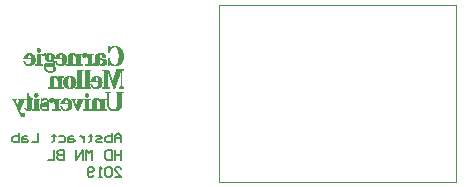
<source format=gbo>
G04*
G04 #@! TF.GenerationSoftware,Altium Limited,Altium Designer,19.1.5 (86)*
G04*
G04 Layer_Color=32896*
%FSLAX25Y25*%
%MOIN*%
G70*
G01*
G75*
%ADD41C,0.00100*%
%ADD42C,0.00394*%
%ADD43C,0.00800*%
D41*
X26283Y54192D02*
X27283D01*
X42283Y46192D02*
X43483D01*
X26283Y54292D02*
X27283D01*
X26383Y54392D02*
X27083D01*
X32383Y50992D02*
X36083D01*
X32383Y51092D02*
X36083D01*
X32383Y51192D02*
X36083D01*
X25583Y48892D02*
X27983D01*
X25583Y48992D02*
X27983D01*
X26183Y49092D02*
X27383D01*
X26183Y49192D02*
X27383D01*
X26183Y49292D02*
X27383D01*
X26183Y49392D02*
X27383D01*
X26183Y49492D02*
X27383D01*
X26183Y49592D02*
X27383D01*
X26183Y49692D02*
X27383D01*
X26183Y49792D02*
X27383D01*
X26183Y49892D02*
X27383D01*
X26183Y49992D02*
X27383D01*
X26183Y50092D02*
X27383D01*
X26183Y50192D02*
X27383D01*
X26183Y50292D02*
X27383D01*
X26183Y50392D02*
X27383D01*
X26183Y50492D02*
X27383D01*
X26183Y50592D02*
X27383D01*
X26183Y50692D02*
X27383D01*
X26183Y50792D02*
X27383D01*
X26183Y50892D02*
X27383D01*
X26183Y50992D02*
X27383D01*
X26183Y51092D02*
X27383D01*
X26183Y51192D02*
X27383D01*
X26183Y51292D02*
X27383D01*
X26183Y51392D02*
X27383D01*
X26183Y51492D02*
X27383D01*
X26183Y51592D02*
X27383D01*
X26183Y51692D02*
X27383D01*
X26183Y51792D02*
X27383D01*
X26183Y51892D02*
X27383D01*
X26183Y51992D02*
X27383D01*
X26183Y52092D02*
X27383D01*
X26183Y52192D02*
X27383D01*
X26183Y52392D02*
X27383D01*
X26183Y52492D02*
X27883D01*
X26183Y52592D02*
X27883D01*
X26383Y53392D02*
X27083D01*
X26283Y53492D02*
X27183D01*
X26283Y53592D02*
X27283D01*
X26183Y53692D02*
X27383D01*
X26183Y53792D02*
X27383D01*
X26183Y53892D02*
X27383D01*
X26183Y53992D02*
X27383D01*
X26183Y54092D02*
X27383D01*
X26183Y52292D02*
X27383D01*
X33283Y48892D02*
X34983D01*
X33083Y48992D02*
X35183D01*
X34383Y49092D02*
X35383D01*
X34483Y49192D02*
X35383D01*
X34583Y49292D02*
X35483D01*
X34583Y49392D02*
X35583D01*
X34583Y52392D02*
X35283D01*
X34383Y52492D02*
X35183D01*
X33383Y52592D02*
X34983D01*
X34683Y49492D02*
X35683D01*
X34683Y49592D02*
X35783D01*
X34683Y49692D02*
X35783D01*
X34783Y49792D02*
X35883D01*
X34783Y49892D02*
X35883D01*
X34783Y49992D02*
X35983D01*
X34783Y50092D02*
X35983D01*
X34783Y50192D02*
X35983D01*
X34783Y50292D02*
X36083D01*
X34783Y50392D02*
X36083D01*
X34783Y50492D02*
X36083D01*
X34783Y50592D02*
X36083D01*
X34783Y50692D02*
X36083D01*
X34783Y50792D02*
X36083D01*
X34783Y50892D02*
X36083D01*
X34783Y51292D02*
X35983D01*
X34783Y51392D02*
X35983D01*
X34783Y51492D02*
X35983D01*
X34783Y51592D02*
X35883D01*
X34783Y51692D02*
X35883D01*
X34783Y51792D02*
X35783D01*
X34783Y51892D02*
X35783D01*
X34783Y51992D02*
X35683D01*
X34683Y52092D02*
X35583D01*
X34683Y52192D02*
X35483D01*
X34683Y52292D02*
X35383D01*
X42383Y48892D02*
X44983D01*
X42383Y48992D02*
X44983D01*
X42983Y51892D02*
X44383D01*
X42983Y51992D02*
X44383D01*
X42883Y52092D02*
X44383D01*
X42883Y52192D02*
X43083D01*
X42683Y52392D02*
X42983D01*
X42783Y52292D02*
X43083D01*
X42283Y46292D02*
X43483D01*
X42283Y46392D02*
X43483D01*
X42283Y46492D02*
X43483D01*
X42283Y46592D02*
X43483D01*
X42283Y46692D02*
X43483D01*
X42283Y46792D02*
X43483D01*
X42283Y46892D02*
X43483D01*
X42283Y46992D02*
X43483D01*
X42283Y47092D02*
X43483D01*
X42283Y47192D02*
X44083D01*
X42283Y47292D02*
X44083D01*
X32683Y41292D02*
X34983D01*
X32683Y41392D02*
X34983D01*
X33183Y44892D02*
X34983D01*
X33183Y44992D02*
X34983D01*
Y42692D02*
X36383D01*
X34983Y42792D02*
X36383D01*
X34983Y42892D02*
X36383D01*
X34983Y42992D02*
X36383D01*
X34983Y43092D02*
X36383D01*
X34983Y43192D02*
X36383D01*
X34983Y43292D02*
X36383D01*
X34983Y43392D02*
X36383D01*
X34983Y43492D02*
X36383D01*
X34983Y43592D02*
X36383D01*
X41683Y41292D02*
X44083D01*
X41683Y41392D02*
X44083D01*
X42283Y41492D02*
X43483D01*
X42283Y41592D02*
X43483D01*
X42283Y41692D02*
X43483D01*
X42283Y41792D02*
X43483D01*
X42283Y41892D02*
X43483D01*
X42283Y41992D02*
X43483D01*
X42283Y42092D02*
X43483D01*
X42283Y42192D02*
X43483D01*
X42283Y42292D02*
X43483D01*
X42283Y42392D02*
X43483D01*
X42283Y42492D02*
X43483D01*
X42283Y42592D02*
X43483D01*
X42283Y42692D02*
X43483D01*
X42283Y42792D02*
X43483D01*
X42283Y42892D02*
X43483D01*
X42283Y42992D02*
X43483D01*
X42283Y43092D02*
X43483D01*
X42283Y43192D02*
X43483D01*
X42283Y43292D02*
X43483D01*
X42283Y43392D02*
X43483D01*
X42283Y43492D02*
X43483D01*
X42283Y43592D02*
X43483D01*
X42283Y43692D02*
X43483D01*
X42283Y43792D02*
X43483D01*
X42283Y43892D02*
X43483D01*
X42283Y43992D02*
X43483D01*
X42283Y44092D02*
X43483D01*
X42283Y44192D02*
X43483D01*
X42283Y44392D02*
X43483D01*
X42283Y44492D02*
X43483D01*
X42283Y44592D02*
X43483D01*
X42283Y44692D02*
X43483D01*
X42283Y44792D02*
X43483D01*
X42283Y44892D02*
X43483D01*
X42283Y44992D02*
X43483D01*
X42283Y45092D02*
X43483D01*
X42283Y45192D02*
X43483D01*
X42283Y45292D02*
X43483D01*
X42283Y45392D02*
X43483D01*
X42283Y45492D02*
X43483D01*
X42283Y45592D02*
X43483D01*
X42283Y45692D02*
X43483D01*
X42283Y45792D02*
X43483D01*
X42283Y45892D02*
X43483D01*
X42283Y45992D02*
X43483D01*
X42283Y46092D02*
X43483D01*
X42283Y44292D02*
X43483D01*
X42583Y38292D02*
X42983D01*
X42383Y38392D02*
X43183D01*
X42283Y38492D02*
X43183D01*
X42183Y38592D02*
X43283D01*
X42183Y38692D02*
X43383D01*
X42183Y38792D02*
X43383D01*
X42183Y38892D02*
X43383D01*
X42183Y38992D02*
X43383D01*
X42183Y39092D02*
X43283D01*
X42283Y39192D02*
X43283D01*
X42283Y39292D02*
X43183D01*
X42483Y39392D02*
X43083D01*
X24583Y33892D02*
X27083D01*
X24583Y33992D02*
X27083D01*
X18183Y37392D02*
X19083D01*
X17983Y37492D02*
X19383D01*
X17983Y37592D02*
X19383D01*
X18983Y35992D02*
X19283D01*
X18983Y36092D02*
X19283D01*
X18883Y36192D02*
X19183D01*
X18783Y36392D02*
X19083D01*
X18783Y36492D02*
X19083D01*
X18783Y36592D02*
X18983D01*
X18683Y36692D02*
X18983D01*
X18883Y36292D02*
X19183D01*
X24683Y33792D02*
X27083D01*
X25283Y37492D02*
X27083D01*
X25283Y37592D02*
X27083D01*
X34083Y35992D02*
X37783D01*
X34083Y36092D02*
X37783D01*
X34083Y36192D02*
X35383D01*
X34183Y36392D02*
X35383D01*
X34183Y36492D02*
X35383D01*
X34183Y36592D02*
X35383D01*
X34283Y36692D02*
X35383D01*
X34283Y36792D02*
X35383D01*
X34383Y36892D02*
X35383D01*
X34483Y36992D02*
X35383D01*
X34483Y37092D02*
X35383D01*
X34583Y37192D02*
X35483D01*
X34083Y36292D02*
X35383D01*
X34983Y33892D02*
X36683D01*
X34783Y33992D02*
X35283D01*
X34683Y34092D02*
X35083D01*
X34683Y37292D02*
X35483D01*
X34883Y37392D02*
X35583D01*
X34983Y37492D02*
X35783D01*
X41583Y33792D02*
X43983D01*
X41583Y33892D02*
X43983D01*
X41583Y33992D02*
X43983D01*
X42183Y34092D02*
X43383D01*
X42183Y34192D02*
X43383D01*
X42183Y34292D02*
X43383D01*
X42183Y34392D02*
X43383D01*
X42183Y34492D02*
X43383D01*
X42183Y34592D02*
X43383D01*
X42183Y34692D02*
X43383D01*
X42183Y34792D02*
X43383D01*
X42183Y34892D02*
X43383D01*
X42183Y34992D02*
X43383D01*
X42183Y35092D02*
X43383D01*
X42183Y35192D02*
X43383D01*
X42183Y35292D02*
X43383D01*
X42183Y35392D02*
X43383D01*
X42183Y35492D02*
X43383D01*
X42183Y35592D02*
X43383D01*
X42183Y35692D02*
X43383D01*
X42183Y35792D02*
X43383D01*
X42183Y35892D02*
X43383D01*
X42183Y35992D02*
X43383D01*
X42183Y36092D02*
X43383D01*
X42183Y36192D02*
X43383D01*
X42183Y36392D02*
X43383D01*
X42183Y36492D02*
X43383D01*
X42183Y36592D02*
X43383D01*
X42183Y36692D02*
X43383D01*
X42183Y36792D02*
X43383D01*
X42183Y36892D02*
X43383D01*
X42183Y36992D02*
X43383D01*
X42183Y37092D02*
X43383D01*
X42183Y37192D02*
X43383D01*
X42183Y37292D02*
X43383D01*
X42183Y37392D02*
X43383D01*
X42183Y37492D02*
X43983D01*
X42183Y37592D02*
X43983D01*
X42183Y36292D02*
X43383D01*
X49983Y54492D02*
X50983D01*
X49983Y54592D02*
X51083D01*
X49983Y54692D02*
X51283D01*
X50683Y54792D02*
X51383D01*
X50983Y54892D02*
X51683D01*
X49983Y49192D02*
X51183D01*
X49983Y49292D02*
X51083D01*
X49983Y49392D02*
X50983D01*
X50883Y48992D02*
X51683D01*
X50683Y49092D02*
X51283D01*
X50983Y43492D02*
X51283D01*
X50983Y43592D02*
X51283D01*
X50983Y43692D02*
X51183D01*
X50883Y43792D02*
X51183D01*
X50883Y43892D02*
X51083D01*
X50883Y43992D02*
X51083D01*
X50783Y44092D02*
X51083D01*
X50783Y44192D02*
X51083D01*
X50683Y44392D02*
X50983D01*
X50683Y44492D02*
X50983D01*
X50783Y44292D02*
X50983D01*
X50583Y33992D02*
X53383D01*
X50383Y34092D02*
X50983D01*
X50783Y33892D02*
X53183D01*
X22983Y38192D02*
X23683D01*
X39683Y46192D02*
X40983D01*
X49983Y54192D02*
X50783D01*
X48483Y46192D02*
X49783D01*
X50083D02*
X50383D01*
X49683Y38192D02*
X49983D01*
X53183Y54192D02*
X54183D01*
X52383Y46192D02*
X53783D01*
X54183D02*
X54383D01*
X53083Y38192D02*
X54383D01*
X18583Y36892D02*
X18883D01*
X18583Y36992D02*
X18883D01*
X18483Y37092D02*
X18883D01*
X18483Y37192D02*
X18783D01*
X18383Y37292D02*
X18883D01*
X18683Y36792D02*
X18883D01*
X26683Y54492D02*
X26883D01*
X23783Y49092D02*
X24783D01*
X23983Y49192D02*
X24883D01*
X23983Y49292D02*
X24983D01*
X24083Y49392D02*
X25083D01*
X24083Y49492D02*
X25183D01*
X24183Y49592D02*
X25283D01*
X24183Y49692D02*
X25283D01*
X24183Y49792D02*
X25283D01*
X24183Y49892D02*
X25383D01*
X24183Y49992D02*
X25383D01*
X24183Y50092D02*
X25383D01*
X24183Y50192D02*
X25483D01*
X24183Y50292D02*
X25483D01*
X24183Y50392D02*
X25483D01*
X24183Y50492D02*
X25483D01*
X24183Y50592D02*
X25483D01*
X24183Y50692D02*
X25483D01*
X24183Y50792D02*
X25483D01*
X24183Y50892D02*
X25483D01*
X24183Y51292D02*
X25483D01*
X24183Y51392D02*
X25383D01*
X24183Y51492D02*
X25383D01*
X24183Y51592D02*
X25383D01*
X24183Y51692D02*
X25283D01*
X24183Y51792D02*
X25283D01*
X24183Y51892D02*
X25183D01*
X24183Y51992D02*
X25183D01*
X24183Y52092D02*
X25083D01*
X24183Y52192D02*
X24983D01*
X24083Y52392D02*
X24783D01*
X23883Y52492D02*
X24583D01*
X24083Y52292D02*
X24883D01*
X22583Y48992D02*
X24583D01*
X21783Y50992D02*
X25483D01*
X21783Y51092D02*
X25483D01*
X21783Y51192D02*
X25483D01*
X22783Y48892D02*
X24383D01*
X22383Y49092D02*
X22783D01*
X22283Y49192D02*
X22583D01*
X22183Y49292D02*
X22483D01*
X22083Y49392D02*
X22383D01*
X22083Y49492D02*
X22383D01*
X21983Y49592D02*
X22283D01*
X21983Y49692D02*
X22183D01*
X21883Y49792D02*
X22183D01*
X21883Y49892D02*
X22083D01*
X21883Y49992D02*
X22083D01*
X21783Y50092D02*
X22083D01*
X21783Y50192D02*
X21983D01*
X21883Y51292D02*
X23083D01*
X21883Y51392D02*
X23083D01*
X21883Y51492D02*
X23083D01*
X21883Y51592D02*
X23083D01*
X21983Y51692D02*
X23083D01*
X21983Y51792D02*
X23083D01*
X22083Y51892D02*
X23083D01*
X22183Y51992D02*
X23083D01*
X22183Y52092D02*
X23183D01*
X22283Y52192D02*
X23183D01*
X22483Y52392D02*
X23283D01*
X22683Y52492D02*
X23483D01*
X22383Y52292D02*
X23183D01*
X22883Y52592D02*
X24383D01*
X23083Y52692D02*
X24183D01*
X22983Y48792D02*
X24083D01*
X26683Y53292D02*
X26883D01*
X22983Y38292D02*
X23583D01*
X22983Y38392D02*
X23483D01*
X22983Y38492D02*
X23483D01*
X22983Y38592D02*
X23383D01*
X22983Y38692D02*
X23383D01*
X22983Y38792D02*
X23283D01*
X22983Y38892D02*
X23283D01*
X22983Y38992D02*
X23283D01*
X22983Y39092D02*
X23283D01*
X22983Y39192D02*
X23183D01*
X22983Y39292D02*
X23183D01*
X22983Y39392D02*
X23183D01*
X22983Y39492D02*
X23183D01*
X25583Y38292D02*
X26083D01*
X25483Y38392D02*
X26183D01*
X25383Y38492D02*
X26283D01*
X25283Y38592D02*
X26383D01*
X25283Y38692D02*
X26383D01*
X25283Y38792D02*
X26383D01*
X25283Y38892D02*
X26483D01*
X25283Y38992D02*
X26383D01*
X25283Y39092D02*
X26383D01*
X25283Y39192D02*
X26383D01*
X25383Y39292D02*
X26283D01*
X25483Y39392D02*
X26183D01*
X19983Y37492D02*
X24683D01*
X19983Y37592D02*
X24683D01*
X20683Y32192D02*
X22083D01*
X20283Y32892D02*
X20583D01*
X20283Y32992D02*
X20583D01*
X20283Y33092D02*
X20483D01*
X20183Y33192D02*
X20483D01*
X20183Y33292D02*
X20383D01*
X20083Y33392D02*
X20383D01*
X20083Y33492D02*
X20283D01*
X19983Y33592D02*
X20283D01*
X19983Y33692D02*
X20283D01*
X23183D02*
X23283D01*
X19883Y33792D02*
X20283D01*
X19883Y33892D02*
X20283D01*
X19883Y33992D02*
X20383D01*
X19783Y34092D02*
X20383D01*
X19783Y34192D02*
X20483D01*
X22283D02*
X22583D01*
X19683Y34292D02*
X20483D01*
X22183D02*
X22483D01*
X19683Y34392D02*
X20483D01*
X22083D02*
X22383D01*
X19683Y34492D02*
X20583D01*
X19583Y34592D02*
X20583D01*
X19583Y34692D02*
X20683D01*
X19483Y34792D02*
X20683D01*
X19483Y34892D02*
X20783D01*
X19483Y34992D02*
X20783D01*
X19383Y35092D02*
X20783D01*
X19383Y35192D02*
X20883D01*
X19283Y35292D02*
X20883D01*
X19283Y35392D02*
X20983D01*
X19183Y35492D02*
X19483D01*
X19683D02*
X20983D01*
X19183Y35592D02*
X19483D01*
X19683D02*
X21083D01*
X19083Y35692D02*
X19383D01*
X19783D02*
X21083D01*
X19083Y35792D02*
X19383D01*
X19783D02*
X21083D01*
X19083Y35892D02*
X19283D01*
X19783D02*
X21183D01*
X19883Y35992D02*
X21183D01*
X19883Y36092D02*
X21283D01*
X19983Y36192D02*
X21283D01*
X20083Y36392D02*
X21383D01*
X20083Y36492D02*
X21383D01*
X20183Y36592D02*
X21483D01*
X20183Y36692D02*
X21483D01*
X20283Y36792D02*
X21583D01*
X20283Y36892D02*
X21583D01*
X20383Y36992D02*
X21683D01*
X20383Y37092D02*
X21683D01*
X20383Y37192D02*
X21783D01*
X20483Y37292D02*
X21783D01*
X20483Y37392D02*
X21783D01*
X19983Y36292D02*
X21383D01*
X22783Y33792D02*
X23683D01*
X22583Y33892D02*
X23883D01*
X22383Y33992D02*
X23983D01*
X22283Y34092D02*
X24083D01*
X22983Y34192D02*
X24183D01*
X22983Y34292D02*
X24183D01*
X22983Y34392D02*
X24183D01*
X22983Y34492D02*
X24183D01*
X22983Y34592D02*
X24283D01*
X22983Y34692D02*
X24283D01*
X22983Y34792D02*
X24283D01*
X22983Y34892D02*
X24283D01*
X22983Y34992D02*
X24283D01*
X22983Y35092D02*
X24283D01*
X22983Y35192D02*
X24283D01*
X22983Y35292D02*
X24283D01*
X22983Y35392D02*
X24283D01*
X22983Y35492D02*
X24283D01*
X22983Y35592D02*
X24283D01*
X22983Y35692D02*
X24283D01*
X22983Y35792D02*
X24283D01*
X22983Y35892D02*
X24283D01*
X22983Y35992D02*
X24283D01*
X22983Y36092D02*
X24283D01*
X22983Y36192D02*
X24283D01*
X22983Y36392D02*
X24283D01*
X22983Y36492D02*
X24283D01*
X22983Y36592D02*
X24283D01*
X22983Y36692D02*
X24283D01*
X22983Y36792D02*
X24283D01*
X22983Y36892D02*
X24283D01*
X22983Y36992D02*
X24283D01*
X22983Y37092D02*
X24283D01*
X22983Y37192D02*
X24283D01*
X22983Y37292D02*
X24283D01*
X22983Y37392D02*
X24283D01*
X22983Y37692D02*
X24483D01*
X22983Y37792D02*
X24183D01*
X22983Y37892D02*
X23983D01*
X22983Y37992D02*
X23883D01*
X22983Y38092D02*
X23783D01*
X22983Y36292D02*
X24283D01*
X20583Y32292D02*
X22083D01*
X20483Y32392D02*
X20783D01*
X20883D02*
X22083D01*
X20483Y32492D02*
X20783D01*
X20883D02*
X22083D01*
X20483Y32592D02*
X20683D01*
X20983D02*
X21983D01*
X20383Y32692D02*
X20683D01*
X21083D02*
X21883D01*
X20383Y32792D02*
X20683D01*
X21183D02*
X21783D01*
X21183Y31692D02*
X21683D01*
X20983Y31792D02*
X21883D01*
X20883Y31892D02*
X21983D01*
X20783Y31992D02*
X21983D01*
X20683Y32092D02*
X22083D01*
X25283Y34092D02*
X26483D01*
X25283Y34192D02*
X26483D01*
X25283Y34292D02*
X26483D01*
X25283Y34392D02*
X26483D01*
X25283Y34492D02*
X26483D01*
X25283Y34592D02*
X26483D01*
X25283Y34692D02*
X26483D01*
X25283Y34792D02*
X26483D01*
X25283Y34892D02*
X26483D01*
X25283Y34992D02*
X26483D01*
X25283Y35092D02*
X26483D01*
X25283Y35192D02*
X26483D01*
X25283Y35292D02*
X26483D01*
X25283Y35392D02*
X26483D01*
X25283Y35492D02*
X26483D01*
X25283Y35592D02*
X26483D01*
X25283Y35692D02*
X26483D01*
X25283Y35792D02*
X26483D01*
X25283Y35892D02*
X26483D01*
X25283Y35992D02*
X26483D01*
X25283Y36092D02*
X26483D01*
X25283Y36192D02*
X26483D01*
X25283Y36392D02*
X26483D01*
X25283Y36492D02*
X26483D01*
X25283Y36592D02*
X26483D01*
X25283Y36692D02*
X26483D01*
X25283Y36792D02*
X26483D01*
X25283Y36892D02*
X26483D01*
X25283Y36992D02*
X26483D01*
X25283Y37092D02*
X26483D01*
X25283Y37192D02*
X26483D01*
X25283Y37292D02*
X26483D01*
X25283Y37392D02*
X26483D01*
X25283Y36292D02*
X26483D01*
X32583Y49492D02*
X32883D01*
X32583Y49592D02*
X32883D01*
X32483Y49692D02*
X32783D01*
X32483Y49792D02*
X32783D01*
X32383Y49892D02*
X32683D01*
X32383Y49992D02*
X32683D01*
X32383Y50092D02*
X32583D01*
X32283Y50192D02*
X32583D01*
X32383Y51292D02*
X33683D01*
X32383Y51392D02*
X33683D01*
X32483Y51492D02*
X33683D01*
X32483Y51592D02*
X33683D01*
X32483Y51692D02*
X33683D01*
X32583Y51792D02*
X33683D01*
X28583Y48192D02*
X28983D01*
X31583D02*
X32083D01*
X28583Y48892D02*
X31983D01*
X30283Y50192D02*
X30583D01*
X29783Y50292D02*
X30883D01*
X29583Y50392D02*
X31383D01*
X29383Y50492D02*
X30183D01*
X30683D02*
X31383D01*
X29283Y50592D02*
X30083D01*
X30783D02*
X31483D01*
X29183Y50692D02*
X29983D01*
X29083Y50792D02*
X29983D01*
X29083Y50892D02*
X29883D01*
X28983Y50992D02*
X29883D01*
X28983Y51092D02*
X29883D01*
X28883Y51192D02*
X29883D01*
X28883Y51292D02*
X29883D01*
X28883Y51392D02*
X29883D01*
X28883Y51492D02*
X29883D01*
X28883Y51592D02*
X29883D01*
X28883Y51692D02*
X29883D01*
X28883Y51792D02*
X29883D01*
X28983Y51892D02*
X29883D01*
X28283Y51992D02*
X28683D01*
X28983D02*
X29883D01*
X28183Y52092D02*
X28783D01*
X29083D02*
X29883D01*
X28183Y52192D02*
X28883D01*
X29083D02*
X29883D01*
X28083Y52392D02*
X28883D01*
X29183D02*
X29983D01*
X30883D02*
X31583D01*
X28183Y52492D02*
X28783D01*
X28883D02*
X29283D01*
X29383D02*
X30183D01*
X30683D02*
X31383D01*
X28283Y52592D02*
X29183D01*
X29583D02*
X31183D01*
X28483Y52692D02*
X28983D01*
X29783D02*
X30983D01*
X28083Y52292D02*
X28883D01*
X29183D02*
X29983D01*
X28683Y48992D02*
X31983D01*
X28683Y49092D02*
X32083D01*
X28783Y49192D02*
X32083D01*
X28783Y49292D02*
X32083D01*
X28983Y49392D02*
X32083D01*
X29083Y49492D02*
X32083D01*
X29383Y49592D02*
X32083D01*
X31583Y49692D02*
X32083D01*
X31683Y49792D02*
X32083D01*
X31683Y49892D02*
X31983D01*
X31583Y49992D02*
X31983D01*
X31583Y50092D02*
X31883D01*
X31383Y50192D02*
X31783D01*
X31083Y50292D02*
X31683D01*
X30883Y50692D02*
X31683D01*
X30883Y50792D02*
X31783D01*
X30883Y50892D02*
X31783D01*
X30883Y50992D02*
X31883D01*
X30883Y51092D02*
X31883D01*
X30983Y51192D02*
X31983D01*
X30983Y51292D02*
X31983D01*
X30983Y51392D02*
X31983D01*
X30983Y51492D02*
X31983D01*
X30983Y51592D02*
X31983D01*
X30983Y51692D02*
X31983D01*
X30983Y51792D02*
X31983D01*
X30983Y51892D02*
X31883D01*
X30883Y51992D02*
X31883D01*
X30883Y52092D02*
X31783D01*
X30883Y52192D02*
X31783D01*
X30883Y52292D02*
X31683D01*
X28583Y48292D02*
X28983D01*
X28583Y48392D02*
X29083D01*
X28583Y48492D02*
X29483D01*
X31483Y48292D02*
X31983D01*
X31483Y48392D02*
X31883D01*
X31383Y48492D02*
X31683D01*
X28583Y48592D02*
X31683D01*
X28583Y48692D02*
X31883D01*
X28583Y48792D02*
X31983D01*
X31783Y47492D02*
X32283D01*
X31783Y47592D02*
X32283D01*
X31783Y47692D02*
X32283D01*
X31783Y47792D02*
X32283D01*
X31783Y47892D02*
X32283D01*
X29983Y46592D02*
X31183D01*
X29683Y46692D02*
X31483D01*
X29483Y46792D02*
X30183D01*
X29283Y46892D02*
X29783D01*
X29183Y46992D02*
X29583D01*
X29083Y47092D02*
X29483D01*
X28983Y47192D02*
X29283D01*
X28883Y47292D02*
X29183D01*
X28783Y47392D02*
X29183D01*
X28783Y47492D02*
X29083D01*
X28683Y47592D02*
X28983D01*
X28683Y47692D02*
X28983D01*
X28683Y47792D02*
X28983D01*
X28683Y47892D02*
X28883D01*
X28583Y47992D02*
X28883D01*
X28583Y48092D02*
X28983D01*
X30983Y46792D02*
X31683D01*
X31283Y46892D02*
X31883D01*
X31483Y46992D02*
X31983D01*
X31583Y47092D02*
X32083D01*
X31583Y47192D02*
X32183D01*
X31683Y47292D02*
X32183D01*
X31683Y47392D02*
X32283D01*
X31683Y47992D02*
X32183D01*
X31683Y48092D02*
X32183D01*
X33583Y52692D02*
X34683D01*
X33583Y48792D02*
X34683D01*
X32983Y49092D02*
X33283D01*
X32883Y49192D02*
X33183D01*
X32783Y49292D02*
X33083D01*
X32683Y49392D02*
X32983D01*
X32683Y51892D02*
X33683D01*
X32683Y51992D02*
X33683D01*
X32783Y52092D02*
X33683D01*
X32883Y52192D02*
X33683D01*
X33083Y52392D02*
X33783D01*
X33183Y52492D02*
X33983D01*
X32983Y52292D02*
X33783D01*
X32583Y44692D02*
X32983D01*
X32383Y44792D02*
X32883D01*
X30883Y44892D02*
X32783D01*
X30883Y44992D02*
X32583D01*
X29883Y41292D02*
X32183D01*
X29883Y41392D02*
X32183D01*
X30483Y41492D02*
X31783D01*
X30483Y41592D02*
X31783D01*
X30483Y41692D02*
X31783D01*
X30483Y41792D02*
X31783D01*
X30483Y41892D02*
X31783D01*
X30483Y41992D02*
X31783D01*
X30483Y42092D02*
X31783D01*
X30483Y42192D02*
X31783D01*
X30483Y42292D02*
X31783D01*
X30483Y42392D02*
X31783D01*
X30483Y42492D02*
X31783D01*
X30483Y42592D02*
X31783D01*
X30483Y42692D02*
X31783D01*
X30483Y42792D02*
X31783D01*
X30483Y42892D02*
X31783D01*
X30483Y42992D02*
X31783D01*
X30483Y43092D02*
X31783D01*
X30483Y43192D02*
X31783D01*
X30483Y43292D02*
X31783D01*
X30483Y43392D02*
X31783D01*
X30483Y43492D02*
X31783D01*
X30483Y43592D02*
X31783D01*
X30483Y43692D02*
X31783D01*
X30483Y43792D02*
X31783D01*
X30483Y43892D02*
X31783D01*
X30483Y43992D02*
X31783D01*
X30483Y44092D02*
X31783D01*
X30583Y44192D02*
X31783D01*
X30583Y44392D02*
X31783D01*
X30583Y44492D02*
X31783D01*
X30683Y44592D02*
X31783D01*
X30683Y44692D02*
X31883D01*
X30783Y44792D02*
X31983D01*
X31083Y45092D02*
X32383D01*
X31383Y45192D02*
X32083D01*
X30583Y44292D02*
X31783D01*
X33183Y41492D02*
X34383D01*
X33183Y41592D02*
X34383D01*
X33183Y41692D02*
X34383D01*
X33183Y41792D02*
X34383D01*
X33183Y41892D02*
X34383D01*
X33183Y41992D02*
X34383D01*
X33183Y42092D02*
X34383D01*
X33183Y42192D02*
X34383D01*
X33183Y42292D02*
X34383D01*
X33183Y42392D02*
X34383D01*
X33183Y42492D02*
X34383D01*
X33183Y42592D02*
X34383D01*
X33183Y42692D02*
X34383D01*
X33183Y42792D02*
X34383D01*
X33183Y42892D02*
X34383D01*
X33183Y42992D02*
X34383D01*
X33183Y43092D02*
X34383D01*
X33183Y43192D02*
X34383D01*
X33183Y43292D02*
X34383D01*
X33183Y43392D02*
X34383D01*
X33183Y43492D02*
X34383D01*
X33183Y43592D02*
X34383D01*
X33183Y43692D02*
X34383D01*
X33183Y43792D02*
X34383D01*
X33083Y43892D02*
X34383D01*
X33083Y43992D02*
X34383D01*
X33083Y44092D02*
X34383D01*
X32983Y44192D02*
X34383D01*
X32883Y44392D02*
X34383D01*
X32783Y44492D02*
X33083D01*
X33183D02*
X34383D01*
X32683Y44592D02*
X33083D01*
X33183D02*
X34383D01*
X33183Y44692D02*
X34383D01*
X33183Y44792D02*
X34383D01*
X32983Y44292D02*
X34383D01*
X32183Y34092D02*
X33383D01*
X32183Y34192D02*
X33383D01*
X32183Y34292D02*
X33383D01*
X32183Y34392D02*
X33383D01*
X32183Y34492D02*
X33383D01*
X32183Y34592D02*
X33383D01*
X32183Y34692D02*
X33383D01*
X32183Y34792D02*
X33383D01*
X32183Y34892D02*
X33383D01*
X32183Y34992D02*
X33383D01*
X32183Y35092D02*
X33383D01*
X32183Y35192D02*
X33383D01*
X32183Y35292D02*
X33383D01*
X32183Y35392D02*
X33383D01*
X32183Y35492D02*
X33383D01*
X32183Y35592D02*
X33383D01*
X32183Y35692D02*
X33383D01*
X32183Y35792D02*
X33383D01*
X32183Y35892D02*
X33383D01*
X32183Y35992D02*
X33383D01*
X32183Y36092D02*
X33383D01*
X32183Y36192D02*
X33383D01*
X32083Y36392D02*
X33383D01*
X32083Y36492D02*
X33383D01*
X32083Y36592D02*
X33383D01*
X32083Y36692D02*
X33383D01*
X31983Y36792D02*
X33383D01*
X31983Y36892D02*
X33383D01*
X31983Y36992D02*
X33383D01*
X32183Y37092D02*
X33383D01*
X32183Y37192D02*
X33383D01*
X32183Y37292D02*
X33383D01*
X32183Y37392D02*
X33383D01*
X32183Y37492D02*
X33983D01*
X32183Y37592D02*
X33983D01*
X32083Y36292D02*
X33383D01*
X31383Y33892D02*
X33983D01*
X31383Y33992D02*
X33983D01*
X31883Y37092D02*
X32083D01*
X31883Y37192D02*
X32083D01*
X31783Y37292D02*
X31983D01*
X28483Y33692D02*
X28683D01*
X29883D02*
X30083D01*
X28083Y33792D02*
X29183D01*
X29783D02*
X30083D01*
X27883Y33892D02*
X29483D01*
X29683D02*
X30083D01*
X27683Y33992D02*
X28383D01*
X28783D02*
X30083D01*
X27583Y34092D02*
X28083D01*
X29083D02*
X30083D01*
X27483Y34192D02*
X27883D01*
X29283D02*
X30083D01*
X27483Y34292D02*
X27883D01*
X29383D02*
X30083D01*
X27383Y34392D02*
X27783D01*
X29483D02*
X30083D01*
X27383Y34492D02*
X27783D01*
X29583D02*
X30083D01*
X27283Y34592D02*
X27783D01*
X29683D02*
X30083D01*
X27283Y34692D02*
X27783D01*
X29683D02*
X30083D01*
X27183Y34792D02*
X27783D01*
X29783D02*
X30083D01*
X27183Y34892D02*
X27783D01*
X29783D02*
X30083D01*
X27183Y34992D02*
X27883D01*
X29783D02*
X30083D01*
X27183Y35092D02*
X28183D01*
X29883D02*
X30083D01*
X27183Y35192D02*
X28883D01*
X27183Y35292D02*
X29383D01*
X27183Y35392D02*
X29583D01*
X27183Y35492D02*
X29783D01*
X27283Y35592D02*
X29883D01*
X27283Y35692D02*
X29883D01*
X27383Y35792D02*
X29983D01*
X27383Y35892D02*
X29983D01*
X27483Y35992D02*
X30083D01*
X27583Y36092D02*
X30083D01*
X27783Y36192D02*
X30083D01*
X28583Y36392D02*
X30083D01*
X29183Y36492D02*
X30083D01*
X27483Y36592D02*
X27683D01*
X29483D02*
X30083D01*
X30683D02*
X31283D01*
X27483Y36692D02*
X27683D01*
X29583D02*
X30083D01*
X30483D02*
X31383D01*
X27483Y36792D02*
X27783D01*
X29583D02*
X30083D01*
X30383D02*
X31483D01*
X27483Y36892D02*
X27783D01*
X29583D02*
X30083D01*
X30383D02*
X31583D01*
X27483Y36992D02*
X27883D01*
X29583D02*
X29983D01*
X30383D02*
X31583D01*
X27483Y37092D02*
X27983D01*
X29583D02*
X29983D01*
X30283D02*
X31583D01*
X27483Y37192D02*
X27983D01*
X29583D02*
X29883D01*
X30283D02*
X31583D01*
X27483Y37292D02*
X28183D01*
X29483D02*
X29783D01*
X30283D02*
X31583D01*
X27483Y37392D02*
X28283D01*
X29383D02*
X29783D01*
X27483Y37492D02*
X28483D01*
X29083D02*
X29683D01*
X27483Y37592D02*
X27783D01*
X27983D02*
X29483D01*
X27483Y37692D02*
X27683D01*
X28383D02*
X29283D01*
X30583D02*
X31583D01*
X30783Y37792D02*
X31383D01*
X28083Y36292D02*
X30083D01*
X30383Y37392D02*
X31983D01*
X30383Y37492D02*
X31883D01*
X30483Y37592D02*
X31783D01*
X34583Y34192D02*
X34883D01*
X34483Y34292D02*
X34783D01*
X34383Y34392D02*
X34683D01*
X34283Y34492D02*
X34583D01*
X34283Y34592D02*
X34483D01*
X34183Y34692D02*
X34483D01*
X34183Y34792D02*
X34383D01*
X34183Y34892D02*
X34383D01*
X34083Y34992D02*
X34383D01*
X34083Y35092D02*
X34283D01*
X34083Y35192D02*
X34283D01*
X38783Y48892D02*
X41183D01*
X38783Y48992D02*
X41183D01*
X39383Y49092D02*
X40583D01*
X39383Y49192D02*
X40583D01*
X39383Y49292D02*
X40583D01*
X39383Y49392D02*
X40583D01*
X39383Y49492D02*
X40583D01*
X39383Y49592D02*
X40583D01*
X39383Y49692D02*
X40583D01*
X39383Y49792D02*
X40583D01*
X39383Y49892D02*
X40583D01*
X39383Y49992D02*
X40583D01*
X39383Y50092D02*
X40583D01*
X39383Y50192D02*
X40583D01*
X39383Y50292D02*
X40583D01*
X39383Y50392D02*
X40583D01*
X39383Y50492D02*
X40583D01*
X39383Y50592D02*
X40583D01*
X39383Y50692D02*
X40583D01*
X39383Y50792D02*
X40583D01*
X39383Y50992D02*
X40583D01*
X39383Y51092D02*
X40583D01*
X39383Y51192D02*
X40583D01*
X39383Y51292D02*
X40583D01*
X39283Y51392D02*
X40583D01*
X39283Y51492D02*
X40583D01*
X39283Y51592D02*
X40583D01*
X39183Y51692D02*
X40583D01*
X39183Y51792D02*
X40583D01*
X39083Y51892D02*
X40583D01*
X38983Y51992D02*
X40583D01*
X39383Y52092D02*
X40583D01*
X39383Y52192D02*
X40583D01*
X39383Y50892D02*
X40583D01*
X39383Y52392D02*
X40583D01*
X39383Y52492D02*
X41183D01*
X39383Y52592D02*
X41183D01*
X39383Y52292D02*
X40583D01*
X39683Y46292D02*
X40983D01*
X39683Y46392D02*
X40983D01*
X39683Y46492D02*
X40983D01*
X39683Y46592D02*
X40983D01*
X39683Y46692D02*
X40983D01*
X39683Y46792D02*
X40983D01*
X39683Y46892D02*
X40983D01*
X39683Y46992D02*
X40983D01*
X39683Y47092D02*
X40983D01*
X39683Y47192D02*
X41483D01*
X39683Y47292D02*
X41483D01*
X36083Y48892D02*
X38383D01*
X36083Y48992D02*
X38383D01*
X36683Y49092D02*
X37883D01*
X36683Y49192D02*
X37883D01*
X36683Y49292D02*
X37883D01*
X36683Y49392D02*
X37883D01*
X36683Y49492D02*
X37883D01*
X36683Y49592D02*
X37883D01*
X36683Y49692D02*
X37883D01*
X36683Y49792D02*
X37883D01*
X36683Y49892D02*
X37883D01*
X36683Y49992D02*
X37883D01*
X36683Y50092D02*
X37883D01*
X36683Y50192D02*
X37883D01*
X36683Y50292D02*
X37883D01*
X36683Y50392D02*
X37883D01*
X36683Y50492D02*
X37883D01*
X36683Y50592D02*
X37883D01*
X36683Y50692D02*
X37883D01*
X36683Y50792D02*
X37883D01*
X36683Y50892D02*
X37883D01*
X36683Y50992D02*
X37883D01*
X36683Y51092D02*
X37883D01*
X36683Y51192D02*
X37883D01*
X36683Y51292D02*
X37883D01*
X36683Y51392D02*
X37883D01*
X36683Y51492D02*
X37883D01*
X36683Y51592D02*
X37883D01*
X36683Y51692D02*
X37883D01*
X36683Y51792D02*
X37883D01*
X36683Y51892D02*
X37883D01*
X36783Y51992D02*
X37883D01*
X36783Y52092D02*
X37883D01*
X38983D02*
X39283D01*
X36783Y52192D02*
X37983D01*
X38883D02*
X39183D01*
X36883Y52392D02*
X38083D01*
X38683D02*
X39083D01*
X36983Y52492D02*
X38883D01*
X37083Y52592D02*
X38683D01*
X37283Y52692D02*
X38583D01*
X37583Y52792D02*
X38183D01*
X36883Y52292D02*
X37983D01*
X38783D02*
X39183D01*
X41483Y51792D02*
X42583D01*
X41383Y51892D02*
X42583D01*
X41383Y51992D02*
X42583D01*
X41283Y52092D02*
X42583D01*
X41283Y52192D02*
X42583D01*
X41383Y52392D02*
X42583D01*
X41383Y52492D02*
X42883D01*
X41483Y52592D02*
X42783D01*
X41583Y52692D02*
X42583D01*
X41383Y52292D02*
X42583D01*
X41683Y51592D02*
X42383D01*
X41483Y51692D02*
X42483D01*
X41783Y52792D02*
X42283D01*
X39083Y41292D02*
X41483D01*
X39083Y41392D02*
X41483D01*
X39683Y41492D02*
X40983D01*
X39683Y41592D02*
X40983D01*
X39683Y41692D02*
X40983D01*
X39683Y41792D02*
X40983D01*
X39683Y41892D02*
X40983D01*
X39683Y41992D02*
X40983D01*
X39683Y42092D02*
X40983D01*
X39683Y42192D02*
X40983D01*
X39683Y42292D02*
X40983D01*
X39683Y42392D02*
X40983D01*
X39683Y42492D02*
X40983D01*
X39683Y42592D02*
X40983D01*
X39683Y42692D02*
X40983D01*
X39683Y42792D02*
X40983D01*
X39683Y42892D02*
X40983D01*
X39683Y42992D02*
X40983D01*
X39683Y43092D02*
X40983D01*
X39683Y43192D02*
X40983D01*
X39683Y43292D02*
X40983D01*
X39683Y43392D02*
X40983D01*
X39683Y43492D02*
X40983D01*
X39683Y43592D02*
X40983D01*
X39683Y43692D02*
X40983D01*
X39683Y43792D02*
X40983D01*
X39683Y43892D02*
X40983D01*
X39683Y43992D02*
X40983D01*
X39683Y44092D02*
X40983D01*
X39683Y44192D02*
X40983D01*
X39683Y44392D02*
X40983D01*
X39683Y44492D02*
X40983D01*
X39683Y44592D02*
X40983D01*
X39683Y44692D02*
X40983D01*
X39683Y44792D02*
X40983D01*
X39683Y44892D02*
X40983D01*
X39683Y44992D02*
X40983D01*
X39683Y45092D02*
X40983D01*
X39683Y45192D02*
X40983D01*
X39683Y45292D02*
X40983D01*
X39683Y45392D02*
X40983D01*
X39683Y45492D02*
X40983D01*
X39683Y45592D02*
X40983D01*
X39683Y45692D02*
X40983D01*
X39683Y45792D02*
X40983D01*
X39683Y45892D02*
X40983D01*
X39683Y45992D02*
X40983D01*
X39683Y46092D02*
X40983D01*
X39683Y44292D02*
X40983D01*
X36583Y41192D02*
X37583D01*
X36183Y41292D02*
X37983D01*
X35983Y41392D02*
X36783D01*
X37283D02*
X38183D01*
X35783Y41492D02*
X36583D01*
X37483D02*
X38283D01*
X35683Y41592D02*
X36483D01*
X37583D02*
X38483D01*
X35583Y41692D02*
X36483D01*
X37583D02*
X38583D01*
X35483Y41792D02*
X36383D01*
X37683D02*
X38683D01*
X35383Y41892D02*
X36383D01*
X37683D02*
X38683D01*
X35383Y41992D02*
X36383D01*
X37683D02*
X38783D01*
X35283Y42092D02*
X36383D01*
X37783D02*
X38883D01*
X35183Y42192D02*
X36383D01*
X37783D02*
X38883D01*
X35183Y42292D02*
X36383D01*
X37783D02*
X38983D01*
X35083Y42392D02*
X36383D01*
X37783D02*
X38983D01*
X35083Y42492D02*
X36383D01*
X37783D02*
X38983D01*
X35083Y42592D02*
X36383D01*
X37783D02*
X39083D01*
X37783Y42692D02*
X39083D01*
X37783Y42792D02*
X39083D01*
X37783Y42892D02*
X39083D01*
X37783Y42992D02*
X39083D01*
X37783Y43092D02*
X39183D01*
X37783Y43192D02*
X39183D01*
X37783Y43292D02*
X39083D01*
X37783Y43392D02*
X39083D01*
X37783Y43492D02*
X39083D01*
X37783Y43592D02*
X39083D01*
X35083Y43692D02*
X36383D01*
X37783D02*
X39083D01*
X35083Y43792D02*
X36383D01*
X37783D02*
X39083D01*
X35083Y43892D02*
X36383D01*
X37783D02*
X38983D01*
X35183Y43992D02*
X36383D01*
X37783D02*
X38983D01*
X35183Y44092D02*
X36383D01*
X37783D02*
X38883D01*
X35283Y44192D02*
X36383D01*
X37783D02*
X38883D01*
X35383Y44392D02*
X36383D01*
X37683D02*
X38683D01*
X35383Y44492D02*
X36383D01*
X37683D02*
X38683D01*
X35583Y44592D02*
X36483D01*
X37583D02*
X38583D01*
X35683Y44692D02*
X36483D01*
X37583D02*
X38483D01*
X35783Y44792D02*
X36583D01*
X37483D02*
X38283D01*
X35983Y44892D02*
X36783D01*
X37283D02*
X38183D01*
X36183Y44992D02*
X37983D01*
X36383Y45092D02*
X37683D01*
X36983Y45192D02*
X37183D01*
X35283Y44292D02*
X36383D01*
X37683D02*
X38783D01*
X39783Y36592D02*
X41083D01*
X39783Y36692D02*
X41083D01*
X39883Y36792D02*
X41183D01*
X39883Y36892D02*
X41183D01*
X39883Y36992D02*
X41283D01*
X39983Y37092D02*
X41283D01*
X39983Y37192D02*
X41383D01*
X40083Y37292D02*
X41383D01*
X40083Y37392D02*
X41383D01*
X38883Y35392D02*
X40583D01*
X39283Y35492D02*
X40583D01*
X39283Y35592D02*
X40683D01*
X39383Y35692D02*
X40683D01*
X39383Y35792D02*
X40783D01*
X39483Y35892D02*
X40783D01*
X39483Y35992D02*
X40883D01*
X39583Y36092D02*
X40883D01*
X39583Y36192D02*
X40883D01*
X39683Y36392D02*
X40983D01*
X39683Y36492D02*
X40983D01*
X39683Y37492D02*
X41883D01*
X39683Y37592D02*
X41883D01*
X39683Y36292D02*
X40983D01*
X35683Y33692D02*
X35983D01*
X35183Y33792D02*
X36483D01*
X35883Y33992D02*
X36883D01*
X36083Y34092D02*
X37083D01*
X36183Y34192D02*
X37183D01*
X36283Y34292D02*
X37283D01*
X36383Y34392D02*
X37383D01*
X36383Y34492D02*
X37483D01*
X36483Y34592D02*
X37483D01*
X36483Y34692D02*
X37583D01*
X36483Y34792D02*
X37583D01*
X36483Y34892D02*
X37683D01*
X36483Y34992D02*
X37683D01*
X36483Y35092D02*
X37683D01*
X36483Y35192D02*
X37783D01*
X36483Y35292D02*
X37783D01*
X36483Y35392D02*
X37783D01*
X36483Y35492D02*
X37783D01*
X38783D02*
X39083D01*
X36483Y35592D02*
X37783D01*
X38783D02*
X39083D01*
X36483Y35692D02*
X37783D01*
X38683D02*
X38983D01*
X36483Y35792D02*
X37783D01*
X38683D02*
X38983D01*
X36483Y35892D02*
X37783D01*
X38683D02*
X38883D01*
X38583Y35992D02*
X38883D01*
X38583Y36092D02*
X38783D01*
X36483Y36192D02*
X37783D01*
X38583D02*
X38783D01*
X36483Y36392D02*
X37683D01*
X38483D02*
X38683D01*
X36483Y36492D02*
X37683D01*
X38383D02*
X38683D01*
X36483Y36592D02*
X37583D01*
X38383D02*
X38683D01*
X36483Y36692D02*
X37583D01*
X38283D02*
X38583D01*
X36483Y36792D02*
X37483D01*
X38283D02*
X38583D01*
X36483Y36892D02*
X37483D01*
X38183D02*
X38483D01*
X36483Y36992D02*
X37383D01*
X38183D02*
X38483D01*
X36483Y37092D02*
X37283D01*
X38083D02*
X38483D01*
X36383Y37192D02*
X37183D01*
X38083D02*
X38483D01*
X36383Y37292D02*
X37083D01*
X37983D02*
X38483D01*
X36283Y37392D02*
X36983D01*
X37783D02*
X38583D01*
X36083Y37492D02*
X36783D01*
X37583D02*
X38983D01*
X35183Y37592D02*
X36683D01*
X37583D02*
X38983D01*
X35383Y37692D02*
X36383D01*
X36483Y36292D02*
X37683D01*
X38483D02*
X38783D01*
X39583Y33692D02*
X39883D01*
X39583Y33792D02*
X39883D01*
X39483Y33892D02*
X39883D01*
X39483Y33992D02*
X39983D01*
X39383Y34092D02*
X39983D01*
X39383Y34192D02*
X39983D01*
X39383Y34292D02*
X40083D01*
X39283Y34392D02*
X40083D01*
X39283Y34492D02*
X40183D01*
X39183Y34592D02*
X40183D01*
X39183Y34692D02*
X40283D01*
X39083Y34792D02*
X40283D01*
X39083Y34892D02*
X40383D01*
X38983Y34992D02*
X40383D01*
X38983Y35092D02*
X40483D01*
X38983Y35192D02*
X40483D01*
X38883Y35292D02*
X40483D01*
X49983Y54292D02*
X50783D01*
X49983Y54392D02*
X50883D01*
X49983Y54792D02*
X50283D01*
X49983Y54892D02*
X50283D01*
X49983Y54992D02*
X50183D01*
X47283Y48892D02*
X48783D01*
X47883Y49092D02*
X49183D01*
X47983Y49192D02*
X49183D01*
X48083Y49292D02*
X49283D01*
X48083Y49392D02*
X49383D01*
X48183Y49492D02*
X49383D01*
X48183Y49592D02*
X49383D01*
X48183Y49692D02*
X49383D01*
X48183Y49792D02*
X49383D01*
X48183Y49892D02*
X49383D01*
X48183Y49992D02*
X49383D01*
X48183Y50092D02*
X49383D01*
X48183Y50192D02*
X49283D01*
X48183Y50292D02*
X49283D01*
X48083Y50392D02*
X49183D01*
X48083Y50492D02*
X49183D01*
X47983Y50592D02*
X48983D01*
X47783Y50692D02*
X48883D01*
X48183Y51392D02*
X48883D01*
X48083Y51492D02*
X48983D01*
X47983Y51592D02*
X48983D01*
X47983Y51692D02*
X49083D01*
X47983Y51792D02*
X49083D01*
X47983Y51892D02*
X49083D01*
X47983Y51992D02*
X49083D01*
X48083Y52092D02*
X48983D01*
X48183Y52192D02*
X48983D01*
X48383Y52392D02*
X48783D01*
X47983Y52492D02*
X48683D01*
X48383Y52292D02*
X48883D01*
X47183Y48992D02*
X48983D01*
X47083Y50792D02*
X48683D01*
X47583Y48792D02*
X48583D01*
X48483Y46292D02*
X49783D01*
X48483Y46392D02*
X49783D01*
X48483Y46492D02*
X49783D01*
X48483Y46592D02*
X49783D01*
X48483Y46692D02*
X49783D01*
X48483Y46792D02*
X49783D01*
X48483Y46892D02*
X50083D01*
X48483Y46992D02*
X50083D01*
X48483Y47092D02*
X49983D01*
X47883Y47192D02*
X49983D01*
X47883Y47292D02*
X49983D01*
X45383Y48892D02*
X46583D01*
X45283Y48992D02*
X46683D01*
X43183Y49092D02*
X44383D01*
X45183D02*
X45483D01*
X45583D02*
X46783D01*
X46983D02*
X47283D01*
X43183Y49192D02*
X44383D01*
X45183D02*
X45383D01*
X45683D02*
X47183D01*
X43183Y49292D02*
X44383D01*
X45083D02*
X45383D01*
X45683D02*
X47083D01*
X43183Y49392D02*
X44383D01*
X45083D02*
X45383D01*
X45683D02*
X46983D01*
X43183Y49492D02*
X44383D01*
X45083D02*
X45283D01*
X45683D02*
X46983D01*
X43183Y49592D02*
X44383D01*
X45683D02*
X46883D01*
X43183Y49692D02*
X44383D01*
X45683D02*
X46883D01*
X43183Y49792D02*
X44383D01*
X45683D02*
X46883D01*
X43183Y49892D02*
X44383D01*
X45683D02*
X46883D01*
X43183Y49992D02*
X44383D01*
X45683D02*
X46883D01*
X43183Y50092D02*
X44383D01*
X45683D02*
X46883D01*
X43183Y50192D02*
X44383D01*
X45683D02*
X46883D01*
X43183Y50292D02*
X44383D01*
X45683D02*
X46883D01*
X43183Y50392D02*
X44383D01*
X45683D02*
X46883D01*
X43183Y50492D02*
X44383D01*
X45683D02*
X46883D01*
X43183Y50592D02*
X44383D01*
X45683D02*
X46883D01*
X43183Y50692D02*
X44383D01*
X45683D02*
X46883D01*
X43183Y50792D02*
X44383D01*
X45683D02*
X46883D01*
X43183Y50892D02*
X44383D01*
X43183Y50992D02*
X44383D01*
X43183Y51092D02*
X44383D01*
X45683D02*
X46883D01*
X43183Y51192D02*
X44383D01*
X45683D02*
X46883D01*
X43183Y51292D02*
X44383D01*
X45683D02*
X46883D01*
X43183Y51392D02*
X44383D01*
X45683D02*
X46883D01*
X43183Y51492D02*
X44383D01*
X45683D02*
X46883D01*
X43083Y51592D02*
X44383D01*
X45683D02*
X46883D01*
X43083Y51692D02*
X44383D01*
X45683D02*
X46883D01*
X43083Y51792D02*
X44383D01*
X45783D02*
X46883D01*
X45783Y51892D02*
X46883D01*
X45783Y51992D02*
X46883D01*
X45883Y52092D02*
X46883D01*
X43183Y52192D02*
X44383D01*
X45883D02*
X46883D01*
X43183Y52392D02*
X44383D01*
X46083D02*
X46983D01*
X43183Y52492D02*
X44983D01*
X46283D02*
X47283D01*
X43183Y52592D02*
X44983D01*
X43183Y52292D02*
X44383D01*
X45983D02*
X46983D01*
X45683Y50892D02*
X48383D01*
X45683Y50992D02*
X47683D01*
X46483Y52592D02*
X48483D01*
X46683Y52692D02*
X48183D01*
X45583Y48792D02*
X46383D01*
X49983Y49492D02*
X50883D01*
X49983Y49592D02*
X50783D01*
X49983Y49692D02*
X50683D01*
X49983Y49792D02*
X50583D01*
X49983Y49892D02*
X50583D01*
X49983Y53892D02*
X50583D01*
X49983Y53992D02*
X50583D01*
X49983Y54092D02*
X50683D01*
X49983Y48892D02*
X50183D01*
X49983Y48992D02*
X50183D01*
X49983Y49092D02*
X50283D01*
X49983Y49992D02*
X50483D01*
X49983Y50092D02*
X50483D01*
X49983Y50192D02*
X50383D01*
X49983Y50292D02*
X50383D01*
X49983Y50392D02*
X50283D01*
X49983Y50492D02*
X50283D01*
X49983Y50592D02*
X50283D01*
X49983Y50692D02*
X50283D01*
X49983Y50792D02*
X50283D01*
X49983Y50892D02*
X50183D01*
X49983Y50992D02*
X50183D01*
X49983Y52992D02*
X50183D01*
X49983Y53092D02*
X50283D01*
X49983Y53192D02*
X50283D01*
X49983Y53292D02*
X50283D01*
X49983Y53392D02*
X50283D01*
X49983Y53492D02*
X50383D01*
X49983Y53592D02*
X50383D01*
X49983Y53692D02*
X50483D01*
X49983Y53792D02*
X50483D01*
X49983Y46292D02*
X50283D01*
X49983Y46392D02*
X50283D01*
X49983Y46492D02*
X50183D01*
X49983Y46592D02*
X50183D01*
X49883Y46692D02*
X50183D01*
X49883Y46792D02*
X50083D01*
X47883Y41292D02*
X50283D01*
X47883Y41392D02*
X50283D01*
X48483Y41492D02*
X49783D01*
X48483Y41592D02*
X49783D01*
X48483Y41692D02*
X49783D01*
X48483Y41792D02*
X49783D01*
X48483Y41892D02*
X49783D01*
X48483Y41992D02*
X49783D01*
X48483Y42092D02*
X49783D01*
X48483Y42192D02*
X49783D01*
X48483Y42292D02*
X49783D01*
X48483Y42392D02*
X49783D01*
X48483Y42492D02*
X49783D01*
X48483Y42592D02*
X49783D01*
X48483Y42692D02*
X49783D01*
X48483Y42792D02*
X49783D01*
X48483Y42892D02*
X49783D01*
X48483Y42992D02*
X49783D01*
X48483Y43092D02*
X49783D01*
X48483Y43192D02*
X49783D01*
X48483Y43292D02*
X49783D01*
X48483Y43392D02*
X49783D01*
X48483Y43492D02*
X49783D01*
X48483Y43592D02*
X49783D01*
X48483Y43692D02*
X49783D01*
X48483Y43792D02*
X49783D01*
X48483Y43892D02*
X49783D01*
X48483Y43992D02*
X49783D01*
X48483Y44092D02*
X49783D01*
X48483Y44192D02*
X49783D01*
X48483Y44392D02*
X49783D01*
X48483Y44492D02*
X49783D01*
X48483Y44592D02*
X49783D01*
X48483Y44692D02*
X49783D01*
X48483Y44792D02*
X49783D01*
X48483Y44892D02*
X49783D01*
X48483Y44992D02*
X49783D01*
X48483Y45092D02*
X49783D01*
X48483Y45192D02*
X49783D01*
X48483Y45292D02*
X49783D01*
X48483Y45392D02*
X49783D01*
X48483Y45492D02*
X49783D01*
X48483Y45592D02*
X49783D01*
X48483Y45692D02*
X49783D01*
X48483Y45792D02*
X49783D01*
X48483Y45892D02*
X49783D01*
X48483Y45992D02*
X49783D01*
X48483Y46092D02*
X49783D01*
X48483Y44292D02*
X49783D01*
X45383Y41192D02*
X46383D01*
X44983Y41292D02*
X46783D01*
X44883Y41392D02*
X45483D01*
X45783D02*
X46883D01*
X44683Y41492D02*
X45083D01*
X46083D02*
X47083D01*
X44583Y41592D02*
X44983D01*
X46283D02*
X47183D01*
X44483Y41692D02*
X44783D01*
X46383D02*
X47283D01*
X44483Y41792D02*
X44683D01*
X46383D02*
X47383D01*
X44383Y41892D02*
X44683D01*
X46483D02*
X47483D01*
X44283Y41992D02*
X44583D01*
X46483D02*
X47583D01*
X44283Y42092D02*
X44583D01*
X46483D02*
X47583D01*
X44283Y42192D02*
X44483D01*
X44183Y42292D02*
X44483D01*
X44183Y42392D02*
X44383D01*
X44183Y42492D02*
X44383D01*
X44083Y42592D02*
X44383D01*
X44183Y43592D02*
X45483D01*
X44183Y43692D02*
X45483D01*
X44183Y43792D02*
X45483D01*
X44183Y43892D02*
X45483D01*
X44283Y43992D02*
X45483D01*
X44283Y44092D02*
X45483D01*
X44283Y44192D02*
X45483D01*
X46583D02*
X47583D01*
X44483Y44392D02*
X45483D01*
X46483D02*
X47483D01*
X44483Y44492D02*
X45483D01*
X46483D02*
X47383D01*
X44683Y44592D02*
X45483D01*
X46483D02*
X47283D01*
X44783Y44692D02*
X45483D01*
X46383D02*
X47183D01*
X44883Y44792D02*
X45583D01*
X46383D02*
X47083D01*
X44983Y44892D02*
X45783D01*
X46183D02*
X46883D01*
X45183Y44992D02*
X46683D01*
X45383Y45092D02*
X46483D01*
X45783Y45192D02*
X45983D01*
X44383Y44292D02*
X45483D01*
X46583D02*
X47483D01*
X46483Y42192D02*
X47683D01*
X46483Y42292D02*
X47683D01*
X46583Y42392D02*
X47683D01*
X46583Y42492D02*
X47783D01*
X46583Y42592D02*
X47783D01*
X46583Y42692D02*
X47783D01*
X46583Y42792D02*
X47783D01*
X46583Y42892D02*
X47783D01*
X46583Y42992D02*
X47883D01*
X46583Y43092D02*
X47883D01*
X46583Y43192D02*
X47883D01*
X46583Y43292D02*
X47783D01*
X44083Y43392D02*
X47783D01*
X44083Y43492D02*
X47783D01*
X46583Y43592D02*
X47783D01*
X46583Y43692D02*
X47783D01*
X46583Y43792D02*
X47683D01*
X46583Y43892D02*
X47683D01*
X46583Y43992D02*
X47683D01*
X46583Y44092D02*
X47683D01*
X50583Y44592D02*
X50883D01*
X50583Y44692D02*
X50883D01*
X50583Y44792D02*
X50883D01*
X50483Y44892D02*
X50783D01*
X50483Y44992D02*
X50783D01*
X50483Y45092D02*
X50783D01*
X50383Y45192D02*
X50683D01*
X50383Y45292D02*
X50683D01*
X50383Y45392D02*
X50583D01*
X50283Y45492D02*
X50583D01*
X50283Y45592D02*
X50583D01*
X50183Y45692D02*
X50483D01*
X50183Y45792D02*
X50483D01*
X50183Y45892D02*
X50483D01*
X50083Y45992D02*
X50383D01*
X50083Y46092D02*
X50383D01*
X49083Y39792D02*
X50583D01*
X49083Y39892D02*
X50583D01*
X49683Y38292D02*
X49983D01*
X49683Y38392D02*
X49983D01*
X49683Y38492D02*
X49983D01*
X49683Y38592D02*
X49983D01*
X49683Y38692D02*
X49983D01*
X49683Y38792D02*
X49983D01*
X49683Y38892D02*
X49983D01*
X49683Y38992D02*
X49983D01*
X49683Y39092D02*
X49983D01*
X49683Y39192D02*
X49983D01*
X49683Y39292D02*
X49983D01*
X49683Y39392D02*
X49983D01*
X49683Y39492D02*
X49983D01*
X49583Y39592D02*
X50083D01*
X49483Y39692D02*
X50183D01*
X46883Y33792D02*
X49183D01*
X46883Y33892D02*
X49183D01*
X46883Y33992D02*
X49183D01*
X47383Y34092D02*
X48583D01*
X47383Y34192D02*
X48583D01*
X47383Y34292D02*
X48583D01*
X47383Y34392D02*
X48583D01*
X47383Y34492D02*
X48583D01*
X47383Y34592D02*
X48583D01*
X47383Y34692D02*
X48583D01*
X47383Y34792D02*
X48583D01*
X47383Y34892D02*
X48583D01*
X47383Y34992D02*
X48583D01*
X47383Y35092D02*
X48583D01*
X47383Y35192D02*
X48583D01*
X47383Y35292D02*
X48583D01*
X47383Y35392D02*
X48583D01*
X47383Y35492D02*
X48583D01*
X47383Y35592D02*
X48583D01*
X47383Y35692D02*
X48583D01*
X47383Y35792D02*
X48583D01*
X47383Y35892D02*
X48583D01*
X47383Y35992D02*
X48583D01*
X47383Y36092D02*
X48583D01*
X47383Y36192D02*
X48583D01*
X47383Y36392D02*
X48583D01*
X47383Y36492D02*
X48583D01*
X47283Y36592D02*
X48583D01*
X47283Y36692D02*
X48583D01*
X47183Y36792D02*
X48583D01*
X47083Y36892D02*
X48583D01*
X47083Y36992D02*
X48583D01*
X47383Y37092D02*
X48583D01*
X47383Y37192D02*
X48583D01*
X47383Y37292D02*
X48583D01*
X47383Y37392D02*
X48583D01*
X47383Y37492D02*
X49183D01*
X47383Y37592D02*
X49183D01*
X47383Y36292D02*
X48583D01*
X44183Y33792D02*
X46483D01*
X44183Y33892D02*
X46483D01*
X44183Y33992D02*
X46483D01*
X44783Y34092D02*
X45983D01*
X44783Y34192D02*
X45983D01*
X44783Y34292D02*
X45983D01*
X44783Y34392D02*
X45983D01*
X44783Y34492D02*
X45983D01*
X44783Y34592D02*
X45983D01*
X44783Y34692D02*
X45983D01*
X44783Y34792D02*
X45983D01*
X44783Y34892D02*
X45983D01*
X44783Y34992D02*
X45983D01*
X44783Y35092D02*
X45983D01*
X44783Y35192D02*
X45983D01*
X44783Y35292D02*
X45983D01*
X44783Y35392D02*
X45983D01*
X44783Y35492D02*
X45983D01*
X44783Y35592D02*
X45983D01*
X44783Y35692D02*
X45983D01*
X44783Y35792D02*
X45983D01*
X44783Y35892D02*
X45983D01*
X44783Y35992D02*
X45983D01*
X44783Y36092D02*
X45983D01*
X44783Y36192D02*
X45983D01*
X44783Y36392D02*
X45983D01*
X44783Y36492D02*
X45983D01*
X44783Y36592D02*
X45983D01*
X44783Y36692D02*
X45983D01*
X44783Y36792D02*
X45983D01*
X44783Y36892D02*
X45983D01*
X44783Y36992D02*
X45983D01*
X44883Y37092D02*
X45983D01*
X46983D02*
X47283D01*
X44883Y37192D02*
X45983D01*
X46883D02*
X47283D01*
X44983Y37292D02*
X46083D01*
X46783D02*
X47183D01*
X44983Y37392D02*
X46283D01*
X46583D02*
X47083D01*
X45083Y37492D02*
X46883D01*
X45183Y37592D02*
X46783D01*
X45383Y37692D02*
X46583D01*
X45683Y37792D02*
X46183D01*
X44783Y36292D02*
X45983D01*
X50283Y34192D02*
X50783D01*
X50183Y34292D02*
X50583D01*
X50083Y34392D02*
X50483D01*
X49983Y34492D02*
X50383D01*
X49983Y34592D02*
X50283D01*
X49883Y34692D02*
X50183D01*
X49883Y34792D02*
X50183D01*
X49883Y34892D02*
X50083D01*
X49783Y34992D02*
X50083D01*
X49783Y35092D02*
X50083D01*
X49783Y35192D02*
X49983D01*
X49783Y35292D02*
X49983D01*
X49683Y35392D02*
X49983D01*
X49683Y35492D02*
X49983D01*
X49683Y35592D02*
X49983D01*
X49683Y35692D02*
X49983D01*
X49683Y35792D02*
X49983D01*
X49683Y35892D02*
X49983D01*
X49683Y35992D02*
X49983D01*
X49683Y36092D02*
X49983D01*
X49683Y36192D02*
X49983D01*
X49683Y36392D02*
X49983D01*
X49683Y36492D02*
X49983D01*
X49683Y36592D02*
X49983D01*
X49683Y36692D02*
X49983D01*
X49683Y36792D02*
X49983D01*
X49683Y36892D02*
X49983D01*
X49683Y36992D02*
X49983D01*
X49683Y37092D02*
X49983D01*
X49683Y37192D02*
X49983D01*
X49683Y37292D02*
X49983D01*
X49683Y37392D02*
X49983D01*
X49683Y37492D02*
X49983D01*
X49683Y37592D02*
X49983D01*
X49683Y37692D02*
X49983D01*
X49683Y37792D02*
X49983D01*
X49683Y37892D02*
X49983D01*
X49683Y37992D02*
X49983D01*
X49683Y38092D02*
X49983D01*
X49683Y36292D02*
X49983D01*
X53083Y54292D02*
X54083D01*
X53083Y54392D02*
X53983D01*
X52983Y54492D02*
X53883D01*
X52883Y54592D02*
X53783D01*
X52783Y54692D02*
X53583D01*
X52683Y54792D02*
X53483D01*
X52483Y54892D02*
X53283D01*
X51183Y54992D02*
X53083D01*
X51383Y55092D02*
X52883D01*
X51783Y55192D02*
X52383D01*
X51083Y48892D02*
X53183D01*
X52483Y48992D02*
X53383D01*
X52783Y49092D02*
X53583D01*
X52883Y49192D02*
X53783D01*
X52983Y49292D02*
X53883D01*
X53083Y49392D02*
X53983D01*
X53083Y49492D02*
X54083D01*
X53183Y49592D02*
X54183D01*
X53183Y49692D02*
X54283D01*
X53283Y49792D02*
X54383D01*
X53283Y49892D02*
X54383D01*
X53283Y49992D02*
X54483D01*
X53283Y50092D02*
X54483D01*
X53283Y50192D02*
X54583D01*
X53383Y50292D02*
X54583D01*
X53383Y50392D02*
X54683D01*
X53383Y50492D02*
X54683D01*
X53383Y50592D02*
X54783D01*
X53383Y50692D02*
X54783D01*
X53383Y50792D02*
X54783D01*
X53383Y50892D02*
X54883D01*
X53383Y50992D02*
X54883D01*
X53483Y51092D02*
X54883D01*
X53483Y51192D02*
X54883D01*
X53483Y51292D02*
X54883D01*
X53483Y51392D02*
X54983D01*
X53483Y51492D02*
X54983D01*
X53483Y51592D02*
X54983D01*
X53483Y51692D02*
X54983D01*
X53483Y51792D02*
X54983D01*
X53483Y51892D02*
X54983D01*
X53483Y51992D02*
X54983D01*
X53483Y52092D02*
X54983D01*
X53483Y52192D02*
X54983D01*
X53483Y52392D02*
X54983D01*
X53483Y52492D02*
X54883D01*
X53483Y52592D02*
X54883D01*
X53483Y52692D02*
X54883D01*
X53483Y52792D02*
X54883D01*
X53383Y52892D02*
X54783D01*
X53383Y52992D02*
X54783D01*
X53383Y53092D02*
X54783D01*
X53383Y53192D02*
X54683D01*
X53383Y53292D02*
X54683D01*
X53383Y53392D02*
X54683D01*
X53383Y53492D02*
X54583D01*
X53283Y53592D02*
X54483D01*
X53283Y53692D02*
X54483D01*
X53283Y53792D02*
X54383D01*
X53283Y53892D02*
X54383D01*
X53283Y53992D02*
X54283D01*
X53183Y54092D02*
X54283D01*
X53483Y52292D02*
X54983D01*
X51983Y48692D02*
X52383D01*
X51383Y48792D02*
X52883D01*
X52383Y46292D02*
X53783D01*
X54183D02*
X54383D01*
X52383Y46392D02*
X53883D01*
X54183D02*
X54383D01*
X52483Y46492D02*
X53883D01*
X54183D02*
X54383D01*
X52483Y46592D02*
X53883D01*
X54183D02*
X54383D01*
X52483Y46692D02*
X53983D01*
X54183D02*
X54383D01*
X52583Y46792D02*
X53983D01*
X54183D02*
X54383D01*
X52583Y46892D02*
X54083D01*
X54183D02*
X54383D01*
X52683Y46992D02*
X54083D01*
X54183D02*
X54383D01*
X52683Y47092D02*
X54083D01*
X54183D02*
X54383D01*
X52683Y47192D02*
X54983D01*
X52783Y47292D02*
X54983D01*
X52783Y47392D02*
X54983D01*
X51783Y41292D02*
X52083D01*
X53483D02*
X54983D01*
X51783Y41392D02*
X52083D01*
X53483D02*
X54983D01*
X51683Y41492D02*
X52183D01*
X53783D02*
X54783D01*
X51683Y41592D02*
X52183D01*
X53983D02*
X54583D01*
X51683Y41692D02*
X52183D01*
X54083D02*
X54483D01*
X51583Y41792D02*
X52183D01*
X54083D02*
X54383D01*
X51583Y41892D02*
X52283D01*
X54083D02*
X54383D01*
X51483Y41992D02*
X52283D01*
X54183D02*
X54383D01*
X51483Y42092D02*
X52283D01*
X54183D02*
X54383D01*
X51483Y42192D02*
X52383D01*
X54183D02*
X54383D01*
X51383Y42292D02*
X52383D01*
X54183D02*
X54383D01*
X51383Y42392D02*
X52483D01*
X54183D02*
X54383D01*
X51383Y42492D02*
X52483D01*
X54183D02*
X54383D01*
X51283Y42592D02*
X52483D01*
X54183D02*
X54383D01*
X51283Y42692D02*
X52583D01*
X54183D02*
X54383D01*
X51283Y42792D02*
X52583D01*
X54183D02*
X54383D01*
X51183Y42892D02*
X52583D01*
X54183D02*
X54383D01*
X51183Y42992D02*
X52683D01*
X54183D02*
X54383D01*
X51183Y43092D02*
X52683D01*
X54183D02*
X54383D01*
X51083Y43192D02*
X52683D01*
X54183D02*
X54383D01*
X51083Y43292D02*
X52783D01*
X54183D02*
X54383D01*
X51083Y43392D02*
X51283D01*
X51383D02*
X52783D01*
X54183D02*
X54383D01*
X51483Y43492D02*
X52883D01*
X54183D02*
X54383D01*
X51483Y43592D02*
X52883D01*
X54183D02*
X54383D01*
X51483Y43692D02*
X52883D01*
X54183D02*
X54383D01*
X51583Y43792D02*
X52983D01*
X54183D02*
X54383D01*
X51583Y43892D02*
X52983D01*
X54183D02*
X54383D01*
X51583Y43992D02*
X52983D01*
X54183D02*
X54383D01*
X51683Y44092D02*
X53083D01*
X54183D02*
X54383D01*
X51683Y44192D02*
X53083D01*
X54183D02*
X54383D01*
X51783Y44392D02*
X53183D01*
X54183D02*
X54383D01*
X51783Y44492D02*
X53183D01*
X54183D02*
X54383D01*
X51883Y44592D02*
X53283D01*
X54183D02*
X54383D01*
X51883Y44692D02*
X53283D01*
X54183D02*
X54383D01*
X51883Y44792D02*
X53283D01*
X54183D02*
X54383D01*
X51983Y44892D02*
X53283D01*
X54183D02*
X54383D01*
X51983Y44992D02*
X53383D01*
X54183D02*
X54383D01*
X51983Y45092D02*
X53383D01*
X54183D02*
X54383D01*
X52083Y45192D02*
X53383D01*
X54183D02*
X54383D01*
X52083Y45292D02*
X53483D01*
X54183D02*
X54383D01*
X52083Y45392D02*
X53483D01*
X54183D02*
X54383D01*
X52183Y45492D02*
X53483D01*
X54183D02*
X54383D01*
X52183Y45592D02*
X53583D01*
X54183D02*
X54383D01*
X52183Y45692D02*
X53583D01*
X54183D02*
X54383D01*
X52183Y45792D02*
X53683D01*
X54183D02*
X54383D01*
X52283Y45892D02*
X53683D01*
X54183D02*
X54383D01*
X52283Y45992D02*
X53683D01*
X54183D02*
X54383D01*
X52283Y46092D02*
X53783D01*
X54183D02*
X54383D01*
X51683Y44292D02*
X53083D01*
X54183D02*
X54383D01*
X53083Y38292D02*
X54383D01*
X53083Y38392D02*
X54383D01*
X53083Y38492D02*
X54383D01*
X53083Y38592D02*
X54383D01*
X53083Y38692D02*
X54383D01*
X53083Y38792D02*
X54383D01*
X53083Y38892D02*
X54383D01*
X53083Y38992D02*
X54383D01*
X53083Y39092D02*
X54383D01*
X53083Y39192D02*
X54383D01*
X53083Y39292D02*
X54383D01*
X53083Y39392D02*
X54383D01*
X53083Y39492D02*
X54383D01*
X53083Y39592D02*
X54383D01*
X53083Y39692D02*
X54383D01*
X52483Y39792D02*
X54983D01*
X52483Y39892D02*
X54983D01*
X51483Y33692D02*
X52483D01*
X51083Y33792D02*
X52883D01*
X52083Y34092D02*
X53483D01*
X52283Y34192D02*
X53683D01*
X52483Y34292D02*
X53783D01*
X52583Y34392D02*
X53883D01*
X52683Y34492D02*
X53983D01*
X52783Y34592D02*
X53983D01*
X52783Y34692D02*
X54083D01*
X52883Y34792D02*
X54183D01*
X52883Y34892D02*
X54183D01*
X52883Y34992D02*
X54183D01*
X52983Y35092D02*
X54283D01*
X52983Y35192D02*
X54283D01*
X52983Y35292D02*
X54283D01*
X52983Y35392D02*
X54383D01*
X52983Y35492D02*
X54383D01*
X53083Y35592D02*
X54383D01*
X53083Y35692D02*
X54383D01*
X53083Y35792D02*
X54383D01*
X53083Y35892D02*
X54383D01*
X53083Y35992D02*
X54383D01*
X53083Y36092D02*
X54383D01*
X53083Y36192D02*
X54383D01*
X53083Y36392D02*
X54383D01*
X53083Y36492D02*
X54383D01*
X53083Y36592D02*
X54383D01*
X53083Y36692D02*
X54383D01*
X53083Y36792D02*
X54383D01*
X53083Y36892D02*
X54383D01*
X53083Y36992D02*
X54383D01*
X53083Y37092D02*
X54383D01*
X53083Y37192D02*
X54383D01*
X53083Y37292D02*
X54383D01*
X53083Y37392D02*
X54383D01*
X53083Y37492D02*
X54383D01*
X53083Y37592D02*
X54383D01*
X53083Y37692D02*
X54383D01*
X53083Y37792D02*
X54383D01*
X53083Y37892D02*
X54383D01*
X53083Y37992D02*
X54383D01*
X53083Y38092D02*
X54383D01*
X53083Y36292D02*
X54383D01*
D42*
X87106Y68898D02*
X165847D01*
X87106Y9843D02*
Y68898D01*
Y9843D02*
X165847D01*
Y68898D01*
D43*
X54318Y23054D02*
Y25186D01*
X53252Y26253D01*
X52185Y25186D01*
Y23054D01*
Y24653D01*
X54318D01*
X51119Y26253D02*
Y23054D01*
X49520D01*
X48987Y23587D01*
Y24120D01*
Y24653D01*
X49520Y25186D01*
X51119D01*
X47920Y23054D02*
X46321D01*
X45788Y23587D01*
X46321Y24120D01*
X47387D01*
X47920Y24653D01*
X47387Y25186D01*
X45788D01*
X44188Y25719D02*
Y25186D01*
X44721D01*
X43655D01*
X44188D01*
Y23587D01*
X43655Y23054D01*
X42055Y25186D02*
Y23054D01*
Y24120D01*
X41522Y24653D01*
X40989Y25186D01*
X40456D01*
X38323D02*
X37257D01*
X36724Y24653D01*
Y23054D01*
X38323D01*
X38856Y23587D01*
X38323Y24120D01*
X36724D01*
X33525Y25186D02*
X35124D01*
X35658Y24653D01*
Y23587D01*
X35124Y23054D01*
X33525D01*
X31925Y25719D02*
Y25186D01*
X32458D01*
X31392D01*
X31925D01*
Y23587D01*
X31392Y23054D01*
X26594Y26253D02*
Y23054D01*
X24461D01*
X22862Y25186D02*
X21795D01*
X21262Y24653D01*
Y23054D01*
X22862D01*
X23395Y23587D01*
X22862Y24120D01*
X21262D01*
X20196Y26253D02*
Y23054D01*
X18596D01*
X18063Y23587D01*
Y24120D01*
Y24653D01*
X18596Y25186D01*
X20196D01*
X54318Y20494D02*
Y17295D01*
Y18894D01*
X52185D01*
Y20494D01*
Y17295D01*
X51119Y20494D02*
Y17295D01*
X49520D01*
X48987Y17828D01*
Y19961D01*
X49520Y20494D01*
X51119D01*
X44721Y17295D02*
Y20494D01*
X43655Y19428D01*
X42589Y20494D01*
Y17295D01*
X41522D02*
Y20494D01*
X39390Y17295D01*
Y20494D01*
X35124D02*
Y17295D01*
X33525D01*
X32992Y17828D01*
Y18361D01*
X33525Y18894D01*
X35124D01*
X33525D01*
X32992Y19428D01*
Y19961D01*
X33525Y20494D01*
X35124D01*
X31925D02*
Y17295D01*
X29793D01*
X52185Y11536D02*
X54318D01*
X52185Y13669D01*
Y14202D01*
X52719Y14735D01*
X53785D01*
X54318Y14202D01*
X51119D02*
X50586Y14735D01*
X49520D01*
X48987Y14202D01*
Y12069D01*
X49520Y11536D01*
X50586D01*
X51119Y12069D01*
Y14202D01*
X47920Y11536D02*
X46854D01*
X47387D01*
Y14735D01*
X47920Y14202D01*
X45254Y12069D02*
X44721Y11536D01*
X43655D01*
X43122Y12069D01*
Y14202D01*
X43655Y14735D01*
X44721D01*
X45254Y14202D01*
Y13669D01*
X44721Y13136D01*
X43122D01*
M02*

</source>
